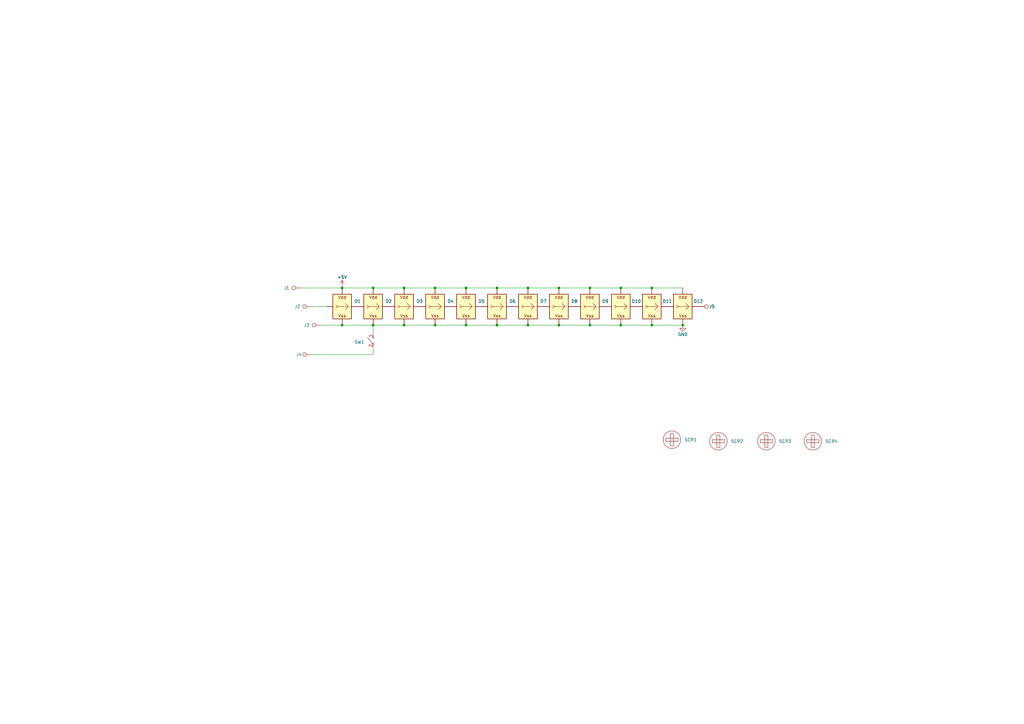
<source format=kicad_sch>
(kicad_sch (version 20230121) (generator eeschema)

  (uuid 2e3f5573-c264-4a8b-a2f0-0e6473d39aad)

  (paper "A3")

  (lib_symbols
    (symbol "Connector:TestPoint" (pin_numbers hide) (pin_names (offset 0.762) hide) (in_bom yes) (on_board yes)
      (property "Reference" "TP" (at 0 6.858 0)
        (effects (font (size 1.27 1.27)))
      )
      (property "Value" "TestPoint" (at 0 5.08 0)
        (effects (font (size 1.27 1.27)))
      )
      (property "Footprint" "" (at 5.08 0 0)
        (effects (font (size 1.27 1.27)) hide)
      )
      (property "Datasheet" "~" (at 5.08 0 0)
        (effects (font (size 1.27 1.27)) hide)
      )
      (property "ki_keywords" "test point tp" (at 0 0 0)
        (effects (font (size 1.27 1.27)) hide)
      )
      (property "ki_description" "test point" (at 0 0 0)
        (effects (font (size 1.27 1.27)) hide)
      )
      (property "ki_fp_filters" "Pin* Test*" (at 0 0 0)
        (effects (font (size 1.27 1.27)) hide)
      )
      (symbol "TestPoint_0_1"
        (circle (center 0 3.302) (radius 0.762)
          (stroke (width 0) (type default))
          (fill (type none))
        )
      )
      (symbol "TestPoint_1_1"
        (pin passive line (at 0 0 90) (length 2.54)
          (name "1" (effects (font (size 1.27 1.27))))
          (number "1" (effects (font (size 1.27 1.27))))
        )
      )
    )
    (symbol "agg:SWITCH_SPST" (pin_names (offset 0.0254) hide) (in_bom yes) (on_board yes)
      (property "Reference" "SW" (at 0 3.81 0)
        (effects (font (size 1.27 1.27)))
      )
      (property "Value" "SWITCH_SPST" (at 0 -2.54 0)
        (effects (font (size 1.27 1.27)))
      )
      (property "Footprint" "" (at 0 0 0)
        (effects (font (size 1.27 1.27)) hide)
      )
      (property "Datasheet" "" (at 0 0 0)
        (effects (font (size 1.27 1.27)) hide)
      )
      (symbol "SWITCH_SPST_1_1"
        (circle (center -1.27 0) (radius 0.254)
          (stroke (width 0) (type default))
          (fill (type none))
        )
        (polyline
          (pts
            (xy -1.27 0.254)
            (xy 1.27 2.286)
          )
          (stroke (width 0) (type default))
          (fill (type none))
        )
        (circle (center 1.27 0) (radius 0.254)
          (stroke (width 0) (type default))
          (fill (type none))
        )
        (pin passive line (at 2.54 0 180) (length 1.016)
          (name "\"~{\"}" (effects (font (size 1.27 1.27))))
          (number "1" (effects (font (size 1.27 1.27))))
        )
        (pin passive line (at -2.54 0 0) (length 1.016)
          (name "\"~{\"}" (effects (font (size 1.27 1.27))))
          (number "2" (effects (font (size 1.27 1.27))))
        )
      )
    )
    (symbol "groove_pico:ScrewHole" (pin_names (offset 0) hide) (in_bom yes) (on_board yes)
      (property "Reference" "SCR?" (at 0.635 -5.715 0)
        (effects (font (size 1.27 1.27)))
      )
      (property "Value" "ScrewHole" (at 0 5.715 0)
        (effects (font (size 1.27 1.27)) hide)
      )
      (property "Footprint" "iidx_pico:MountingHole_3.2mm_M3" (at 0 -8.89 0)
        (effects (font (size 1.27 1.27)) hide)
      )
      (property "Datasheet" "" (at 0 0 90)
        (effects (font (size 1.27 1.27)) hide)
      )
      (property "LCSC" "" (at 0 0 0)
        (effects (font (size 1.27 1.27)) hide)
      )
      (property "ki_keywords" "dip switch" (at 0 0 0)
        (effects (font (size 1.27 1.27)) hide)
      )
      (property "ki_description" "1x DIP Switch, Single Pole Single Throw (SPST) switch, small symbol" (at 0 0 0)
        (effects (font (size 1.27 1.27)) hide)
      )
      (property "ki_fp_filters" "SW?DIP?x1*" (at 0 0 0)
        (effects (font (size 1.27 1.27)) hide)
      )
      (symbol "ScrewHole_0_1"
        (rectangle (start -2.54 0.635) (end 2.54 -0.635)
          (stroke (width 0) (type default))
          (fill (type none))
        )
        (rectangle (start -0.635 2.54) (end 0.635 -2.54)
          (stroke (width 0) (type default))
          (fill (type none))
        )
        (circle (center 0 0) (radius 3.5921)
          (stroke (width 0) (type default))
          (fill (type none))
        )
      )
    )
    (symbol "groove_pico:WS2812B_Unified" (pin_numbers hide) (pin_names (offset 0.254) hide) (in_bom yes) (on_board yes)
      (property "Reference" "D10" (at 2.54 6.35 0)
        (effects (font (size 1.27 1.27)))
      )
      (property "Value" "WS2812B_Unified" (at 15.24 1.7907 0)
        (effects (font (size 1.27 1.27)) hide)
      )
      (property "Footprint" "iidx_pico:WS2812B-2835" (at 1.27 -7.62 0)
        (effects (font (size 1.27 1.27)) (justify left top) hide)
      )
      (property "Datasheet" "" (at 2.54 -9.525 0)
        (effects (font (size 1.27 1.27)) (justify left top) hide)
      )
      (property "ki_keywords" "RGB LED NeoPixel addressable" (at 0 0 0)
        (effects (font (size 1.27 1.27)) hide)
      )
      (property "ki_description" "RGB LED with integrated controller" (at 0 0 0)
        (effects (font (size 1.27 1.27)) hide)
      )
      (property "ki_fp_filters" "LED*WS2812" (at 0 0 0)
        (effects (font (size 1.27 1.27)) hide)
      )
      (symbol "WS2812B_Unified_0_0"
        (polyline
          (pts
            (xy -1.905 0)
            (xy 2.54 0)
            (xy 1.27 1.27)
          )
          (stroke (width 0) (type default))
          (fill (type none))
        )
        (text "Vdd" (at 0 3.81 0)
          (effects (font (size 1.27 1.27)))
        )
        (text "Vss" (at 0 -3.81 0)
          (effects (font (size 1.27 1.27)))
        )
      )
      (symbol "WS2812B_Unified_0_1"
        (rectangle (start -3.81 5.08) (end 3.81 -5.08)
          (stroke (width 0.254) (type default))
          (fill (type background))
        )
        (polyline
          (pts
            (xy 1.27 -1.27)
            (xy 2.54 0)
          )
          (stroke (width 0) (type default))
          (fill (type none))
        )
        (polyline
          (pts
            (xy -2.54 0.635)
            (xy -1.905 0)
            (xy -2.54 -0.635)
          )
          (stroke (width 0) (type default))
          (fill (type none))
        )
      )
      (symbol "WS2812B_Unified_1_1"
        (pin power_in line (at 0 -7.62 90) (length 2.54)
          (name "VSS" (effects (font (size 1.27 1.27))))
          (number "G" (effects (font (size 1.27 1.27))))
        )
        (pin input line (at -6.35 0 0) (length 2.54)
          (name "In" (effects (font (size 1.27 1.27))))
          (number "I" (effects (font (size 1.27 1.27))))
        )
        (pin output line (at 6.35 0 180) (length 2.54)
          (name "Out" (effects (font (size 1.27 1.27))))
          (number "O" (effects (font (size 1.27 1.27))))
        )
        (pin power_in line (at 0 7.62 270) (length 2.54)
          (name "VDD" (effects (font (size 1.27 1.27))))
          (number "V" (effects (font (size 1.27 1.27))))
        )
      )
    )
    (symbol "power:+5V" (power) (pin_names (offset 0)) (in_bom yes) (on_board yes)
      (property "Reference" "#PWR" (at 0 -3.81 0)
        (effects (font (size 1.27 1.27)) hide)
      )
      (property "Value" "+5V" (at 0 3.556 0)
        (effects (font (size 1.27 1.27)))
      )
      (property "Footprint" "" (at 0 0 0)
        (effects (font (size 1.27 1.27)) hide)
      )
      (property "Datasheet" "" (at 0 0 0)
        (effects (font (size 1.27 1.27)) hide)
      )
      (property "ki_keywords" "power-flag" (at 0 0 0)
        (effects (font (size 1.27 1.27)) hide)
      )
      (property "ki_description" "Power symbol creates a global label with name \"+5V\"" (at 0 0 0)
        (effects (font (size 1.27 1.27)) hide)
      )
      (symbol "+5V_0_1"
        (polyline
          (pts
            (xy -0.762 1.27)
            (xy 0 2.54)
          )
          (stroke (width 0) (type default))
          (fill (type none))
        )
        (polyline
          (pts
            (xy 0 0)
            (xy 0 2.54)
          )
          (stroke (width 0) (type default))
          (fill (type none))
        )
        (polyline
          (pts
            (xy 0 2.54)
            (xy 0.762 1.27)
          )
          (stroke (width 0) (type default))
          (fill (type none))
        )
      )
      (symbol "+5V_1_1"
        (pin power_in line (at 0 0 90) (length 0) hide
          (name "+5V" (effects (font (size 1.27 1.27))))
          (number "1" (effects (font (size 1.27 1.27))))
        )
      )
    )
    (symbol "power:GND" (power) (pin_names (offset 0)) (in_bom yes) (on_board yes)
      (property "Reference" "#PWR" (at 0 -6.35 0)
        (effects (font (size 1.27 1.27)) hide)
      )
      (property "Value" "GND" (at 0 -3.81 0)
        (effects (font (size 1.27 1.27)))
      )
      (property "Footprint" "" (at 0 0 0)
        (effects (font (size 1.27 1.27)) hide)
      )
      (property "Datasheet" "" (at 0 0 0)
        (effects (font (size 1.27 1.27)) hide)
      )
      (property "ki_keywords" "power-flag" (at 0 0 0)
        (effects (font (size 1.27 1.27)) hide)
      )
      (property "ki_description" "Power symbol creates a global label with name \"GND\" , ground" (at 0 0 0)
        (effects (font (size 1.27 1.27)) hide)
      )
      (symbol "GND_0_1"
        (polyline
          (pts
            (xy 0 0)
            (xy 0 -1.27)
            (xy 1.27 -1.27)
            (xy 0 -2.54)
            (xy -1.27 -1.27)
            (xy 0 -1.27)
          )
          (stroke (width 0) (type default))
          (fill (type none))
        )
      )
      (symbol "GND_1_1"
        (pin power_in line (at 0 0 270) (length 0) hide
          (name "GND" (effects (font (size 1.27 1.27))))
          (number "1" (effects (font (size 1.27 1.27))))
        )
      )
    )
  )

  (junction (at 241.935 133.35) (diameter 0) (color 0 0 0 0)
    (uuid 0686d26b-be21-4b9b-bd83-f7af943b28a8)
  )
  (junction (at 153.035 133.35) (diameter 0) (color 0 0 0 0)
    (uuid 1535672b-00bd-4f01-b5f6-6c89487baad7)
  )
  (junction (at 191.135 118.11) (diameter 0) (color 0 0 0 0)
    (uuid 26448785-d6dc-4007-a201-81d140779ec5)
  )
  (junction (at 165.735 118.11) (diameter 0) (color 0 0 0 0)
    (uuid 264684aa-feba-4b81-adea-cb023c8c69d5)
  )
  (junction (at 216.535 118.11) (diameter 0) (color 0 0 0 0)
    (uuid 293cd904-612b-46fd-97d1-2dcec5d0bcd8)
  )
  (junction (at 140.335 118.11) (diameter 0) (color 0 0 0 0)
    (uuid 2e93006a-2f8e-4cb3-af58-72982a64c766)
  )
  (junction (at 165.735 133.35) (diameter 0) (color 0 0 0 0)
    (uuid 307b47b3-1ef1-480d-8c2d-2ffcb1fdcdc2)
  )
  (junction (at 153.035 118.11) (diameter 0) (color 0 0 0 0)
    (uuid 416e621e-c1e9-4b5a-a420-6c5b2cb432b5)
  )
  (junction (at 229.235 133.35) (diameter 0) (color 0 0 0 0)
    (uuid 489426ac-e132-457c-91c5-0fdb4cc55cd6)
  )
  (junction (at 178.435 133.35) (diameter 0) (color 0 0 0 0)
    (uuid 4d02e5f1-05e6-4474-a6f7-a3866e145eab)
  )
  (junction (at 254.635 133.35) (diameter 0) (color 0 0 0 0)
    (uuid 52baba0c-cc2c-4c1f-9587-23b0e56402c1)
  )
  (junction (at 241.935 118.11) (diameter 0) (color 0 0 0 0)
    (uuid 5942205f-4c18-48ba-bba3-9d2c250398df)
  )
  (junction (at 216.535 133.35) (diameter 0) (color 0 0 0 0)
    (uuid 5c73ede7-b2ff-4b44-9a01-577995098364)
  )
  (junction (at 267.335 133.35) (diameter 0) (color 0 0 0 0)
    (uuid 6283ada1-c98e-4097-ba52-20fefa7873c4)
  )
  (junction (at 280.035 133.35) (diameter 0) (color 0 0 0 0)
    (uuid 6705fdaf-dff3-4506-a04c-0dc807155784)
  )
  (junction (at 203.835 118.11) (diameter 0) (color 0 0 0 0)
    (uuid 695230ac-77e8-4990-96cb-09d7a12dd8f2)
  )
  (junction (at 203.835 133.35) (diameter 0) (color 0 0 0 0)
    (uuid 716ff7f6-a7b7-4255-80ba-034d7f03f119)
  )
  (junction (at 140.335 133.35) (diameter 0) (color 0 0 0 0)
    (uuid 7d49fefc-97e6-49f3-93c3-4fe805d2166e)
  )
  (junction (at 267.335 118.11) (diameter 0) (color 0 0 0 0)
    (uuid 93ceda46-e18e-49bb-9860-952486701885)
  )
  (junction (at 178.435 118.11) (diameter 0) (color 0 0 0 0)
    (uuid 941ccbb3-6ecf-4dfe-9a14-a585de4ff137)
  )
  (junction (at 191.135 133.35) (diameter 0) (color 0 0 0 0)
    (uuid 98f45ed8-3359-4049-8b8e-49336e162522)
  )
  (junction (at 254.635 118.11) (diameter 0) (color 0 0 0 0)
    (uuid ab628743-3835-44d0-bb6a-f63c66a85aa2)
  )
  (junction (at 229.235 118.11) (diameter 0) (color 0 0 0 0)
    (uuid b4395c56-44f0-4d94-97ec-3842a8b86c28)
  )

  (wire (pts (xy 229.235 118.11) (xy 241.935 118.11))
    (stroke (width 0) (type default))
    (uuid 009a3ba0-3494-4fb9-94ec-971010a1d5cc)
  )
  (wire (pts (xy 153.035 142.24) (xy 153.035 145.415))
    (stroke (width 0) (type default))
    (uuid 0cea4ccb-011e-4e5d-8c08-e94874207311)
  )
  (wire (pts (xy 140.335 133.35) (xy 153.035 133.35))
    (stroke (width 0) (type default))
    (uuid 1643bb34-f4be-468c-ac34-5f15764e1f05)
  )
  (wire (pts (xy 203.835 133.35) (xy 216.535 133.35))
    (stroke (width 0) (type default))
    (uuid 25b21ec7-56cf-4a96-abd3-ee8398bd02c8)
  )
  (wire (pts (xy 267.335 133.35) (xy 280.035 133.35))
    (stroke (width 0) (type default))
    (uuid 3555b628-33f8-4f29-9d38-bec35171f60a)
  )
  (wire (pts (xy 191.135 133.35) (xy 203.835 133.35))
    (stroke (width 0) (type default))
    (uuid 461584b2-a586-4891-9042-38ae06fe1099)
  )
  (wire (pts (xy 123.825 118.11) (xy 140.335 118.11))
    (stroke (width 0) (type default))
    (uuid 4677b2fc-bad6-49d1-9b16-9b651ab1f8f8)
  )
  (wire (pts (xy 140.335 117.475) (xy 140.335 118.11))
    (stroke (width 0) (type default))
    (uuid 4685e264-a7e6-4aa4-a4d3-6e6b30c49e5d)
  )
  (wire (pts (xy 216.535 118.11) (xy 229.235 118.11))
    (stroke (width 0) (type default))
    (uuid 5265b1d3-a6c4-49e5-89fe-dd85e62d1a1e)
  )
  (wire (pts (xy 165.735 133.35) (xy 178.435 133.35))
    (stroke (width 0) (type default))
    (uuid 592adaf4-bb39-45b5-ae6b-56446b5a3205)
  )
  (wire (pts (xy 128.27 145.415) (xy 153.035 145.415))
    (stroke (width 0) (type default))
    (uuid 5d974e0e-63b5-44a7-96c9-d525a93e1cab)
  )
  (wire (pts (xy 178.435 133.35) (xy 191.135 133.35))
    (stroke (width 0) (type default))
    (uuid 6a29459a-7f95-446b-86f8-87e04e52c0bf)
  )
  (wire (pts (xy 191.135 118.11) (xy 203.835 118.11))
    (stroke (width 0) (type default))
    (uuid 723da576-0f4d-4af1-9461-723aa37531d3)
  )
  (wire (pts (xy 140.335 118.11) (xy 153.035 118.11))
    (stroke (width 0) (type default))
    (uuid 727ed2dd-76b9-443f-af2a-8f74d458f268)
  )
  (wire (pts (xy 133.985 125.73) (xy 128.27 125.73))
    (stroke (width 0) (type default))
    (uuid 8718bda4-cfcb-42c4-9f34-ee5fbbdf6197)
  )
  (wire (pts (xy 153.035 133.35) (xy 165.735 133.35))
    (stroke (width 0) (type default))
    (uuid 8c1cca74-27c1-4650-8b7c-3bb6ced1b091)
  )
  (wire (pts (xy 153.035 118.11) (xy 165.735 118.11))
    (stroke (width 0) (type default))
    (uuid 94aa8de4-a27e-4ced-9ddf-1ebe61ba7a69)
  )
  (wire (pts (xy 229.235 133.35) (xy 241.935 133.35))
    (stroke (width 0) (type default))
    (uuid a19bff17-e162-4f9c-8b6f-41b64bb565da)
  )
  (wire (pts (xy 203.835 118.11) (xy 216.535 118.11))
    (stroke (width 0) (type default))
    (uuid a664eff9-5b71-4fc5-89ce-60971772c6b3)
  )
  (wire (pts (xy 241.935 133.35) (xy 254.635 133.35))
    (stroke (width 0) (type default))
    (uuid b1ced49f-7bc1-448e-a0cd-6fcc4e018a6e)
  )
  (wire (pts (xy 165.735 118.11) (xy 178.435 118.11))
    (stroke (width 0) (type default))
    (uuid c661c71e-b22a-45bf-8a93-7a12e2762e33)
  )
  (wire (pts (xy 153.035 133.35) (xy 153.035 137.16))
    (stroke (width 0) (type default))
    (uuid c87f673e-e7be-42da-bbf5-8588a5a5307c)
  )
  (wire (pts (xy 254.635 118.11) (xy 267.335 118.11))
    (stroke (width 0) (type default))
    (uuid c9cbe4c3-815f-4997-a84f-3f80d8ce62ac)
  )
  (wire (pts (xy 241.935 118.11) (xy 254.635 118.11))
    (stroke (width 0) (type default))
    (uuid cba97b04-40e5-45e0-96c9-8070aff04971)
  )
  (wire (pts (xy 132.08 133.35) (xy 140.335 133.35))
    (stroke (width 0) (type default))
    (uuid d09e6ddb-f14f-4008-8316-d0a19d285bad)
  )
  (wire (pts (xy 267.335 118.11) (xy 280.035 118.11))
    (stroke (width 0) (type default))
    (uuid d9c353ff-6538-466b-9834-24bb950e0423)
  )
  (wire (pts (xy 216.535 133.35) (xy 229.235 133.35))
    (stroke (width 0) (type default))
    (uuid ec13f5ef-4fe0-4646-980f-3cf00a269660)
  )
  (wire (pts (xy 178.435 118.11) (xy 191.135 118.11))
    (stroke (width 0) (type default))
    (uuid ed21bd5c-9316-4642-9f95-9cf5f7a1a935)
  )
  (wire (pts (xy 254.635 133.35) (xy 267.335 133.35))
    (stroke (width 0) (type default))
    (uuid edf07e30-3267-4eea-b90d-b831239be63c)
  )

  (symbol (lib_id "Connector:TestPoint") (at 123.825 118.11 90) (unit 1)
    (in_bom yes) (on_board yes) (dnp no)
    (uuid 043ebf0d-c9bc-400b-9651-0625be14e2fe)
    (property "Reference" "J1" (at 118.745 118.11 90)
      (effects (font (size 1.27 1.27)) (justify left))
    )
    (property "Value" "V" (at 121.793 115.57 0)
      (effects (font (size 1.27 1.27)) (justify left) hide)
    )
    (property "Footprint" "groove_pico:Solder_1P" (at 123.825 113.03 0)
      (effects (font (size 1.27 1.27)) hide)
    )
    (property "Datasheet" "~" (at 123.825 113.03 0)
      (effects (font (size 1.27 1.27)) hide)
    )
    (pin "1" (uuid e9cc9cfd-6911-4bec-a480-5a8cbd5cb0c4))
    (instances
      (project "groove_gimbal"
        (path "/2e3f5573-c264-4a8b-a2f0-0e6473d39aad"
          (reference "J1") (unit 1)
        )
      )
    )
  )

  (symbol (lib_id "groove_pico:WS2812B_Unified") (at 267.335 125.73 0) (unit 1)
    (in_bom yes) (on_board yes) (dnp no) (fields_autoplaced)
    (uuid 0aef6b6a-3afe-4c39-84d6-fa296c8d562b)
    (property "Reference" "D11" (at 273.685 123.571 0)
      (effects (font (size 1.27 1.27)))
    )
    (property "Value" "WS2812B_Unified" (at 282.575 123.9393 0)
      (effects (font (size 1.27 1.27)) hide)
    )
    (property "Footprint" "groove_pico:WS2812B-4020_UP" (at 268.605 133.35 0)
      (effects (font (size 1.27 1.27)) (justify left top) hide)
    )
    (property "Datasheet" "" (at 269.875 135.255 0)
      (effects (font (size 1.27 1.27)) (justify left top) hide)
    )
    (pin "G" (uuid 4ddc00e9-281d-4b1d-bbf0-40395626e454))
    (pin "I" (uuid 55608dbb-8132-4592-bf81-0dbfa9b70bc4))
    (pin "O" (uuid 619e7b3a-a46d-44ec-81f4-e9132a423b54))
    (pin "V" (uuid 69b92d09-8916-4c69-81c7-099e6dcd35a3))
    (instances
      (project "groove_gimbal"
        (path "/2e3f5573-c264-4a8b-a2f0-0e6473d39aad"
          (reference "D11") (unit 1)
        )
      )
    )
  )

  (symbol (lib_id "groove_pico:WS2812B_Unified") (at 241.935 125.73 0) (unit 1)
    (in_bom yes) (on_board yes) (dnp no) (fields_autoplaced)
    (uuid 148a336e-7187-405e-a171-acb11a04358d)
    (property "Reference" "D9" (at 248.285 123.571 0)
      (effects (font (size 1.27 1.27)))
    )
    (property "Value" "WS2812B_Unified" (at 257.175 123.9393 0)
      (effects (font (size 1.27 1.27)) hide)
    )
    (property "Footprint" "groove_pico:WS2812B-4020_UP" (at 243.205 133.35 0)
      (effects (font (size 1.27 1.27)) (justify left top) hide)
    )
    (property "Datasheet" "" (at 244.475 135.255 0)
      (effects (font (size 1.27 1.27)) (justify left top) hide)
    )
    (pin "G" (uuid 0c27255e-74e0-47e5-9dc6-1d79c262114c))
    (pin "I" (uuid 651032bb-a5b0-4498-a8c9-b4bb18ff2a32))
    (pin "O" (uuid 0cf45e33-3190-430f-aa63-03cfb7590356))
    (pin "V" (uuid 539b8129-f83f-4a84-a016-c9ab6fd4e44a))
    (instances
      (project "groove_gimbal"
        (path "/2e3f5573-c264-4a8b-a2f0-0e6473d39aad"
          (reference "D9") (unit 1)
        )
      )
    )
  )

  (symbol (lib_id "groove_pico:WS2812B_Unified") (at 140.335 125.73 0) (unit 1)
    (in_bom yes) (on_board yes) (dnp no) (fields_autoplaced)
    (uuid 1d0f1d8e-d292-41d9-96e8-7b4d90b5de81)
    (property "Reference" "D1" (at 146.685 123.571 0)
      (effects (font (size 1.27 1.27)))
    )
    (property "Value" "WS2812B_Unified" (at 155.575 123.9393 0)
      (effects (font (size 1.27 1.27)) hide)
    )
    (property "Footprint" "groove_pico:WS2812B-4020" (at 141.605 133.35 0)
      (effects (font (size 1.27 1.27)) (justify left top) hide)
    )
    (property "Datasheet" "" (at 142.875 135.255 0)
      (effects (font (size 1.27 1.27)) (justify left top) hide)
    )
    (pin "G" (uuid c54d5f5f-e2ea-4d8f-9ed7-e491aa323395))
    (pin "I" (uuid a29eb635-1f0b-4fc2-a382-0bf9df46239e))
    (pin "O" (uuid db5f9878-d305-4b4e-8cfe-3b36155e63be))
    (pin "V" (uuid ac91f7bd-ad8e-45ae-b6d3-e642d96961f2))
    (instances
      (project "groove_gimbal"
        (path "/2e3f5573-c264-4a8b-a2f0-0e6473d39aad"
          (reference "D1") (unit 1)
        )
      )
    )
  )

  (symbol (lib_id "Connector:TestPoint") (at 286.385 125.73 270) (unit 1)
    (in_bom yes) (on_board yes) (dnp no)
    (uuid 2557ec39-510e-4b2d-83d1-7cdce513042a)
    (property "Reference" "J5" (at 290.83 125.73 90)
      (effects (font (size 1.27 1.27)) (justify left))
    )
    (property "Value" "Out" (at 288.417 128.27 0)
      (effects (font (size 1.27 1.27)) (justify left) hide)
    )
    (property "Footprint" "groove_pico:Solder_1P" (at 286.385 130.81 0)
      (effects (font (size 1.27 1.27)) hide)
    )
    (property "Datasheet" "~" (at 286.385 130.81 0)
      (effects (font (size 1.27 1.27)) hide)
    )
    (pin "1" (uuid 5a4bc400-89f3-4d44-bdb7-9cb776a820ef))
    (instances
      (project "groove_gimbal"
        (path "/2e3f5573-c264-4a8b-a2f0-0e6473d39aad"
          (reference "J5") (unit 1)
        )
      )
    )
  )

  (symbol (lib_id "groove_pico:ScrewHole") (at 333.375 180.975 0) (unit 1)
    (in_bom yes) (on_board yes) (dnp no) (fields_autoplaced)
    (uuid 2595fc15-e801-4d5d-8edb-9e6061a019a8)
    (property "Reference" "SCR4" (at 338.455 180.975 0)
      (effects (font (size 1.27 1.27)) (justify left))
    )
    (property "Value" "ScrewHole" (at 333.375 175.26 0)
      (effects (font (size 1.27 1.27)) hide)
    )
    (property "Footprint" "groove_pico:Hole2.0" (at 333.375 189.865 0)
      (effects (font (size 1.27 1.27)) hide)
    )
    (property "Datasheet" "" (at 333.375 180.975 90)
      (effects (font (size 1.27 1.27)) hide)
    )
    (property "LCSC" "" (at 333.375 180.975 0)
      (effects (font (size 1.27 1.27)) hide)
    )
    (instances
      (project "groove_gimbal"
        (path "/2e3f5573-c264-4a8b-a2f0-0e6473d39aad"
          (reference "SCR4") (unit 1)
        )
      )
    )
  )

  (symbol (lib_id "groove_pico:ScrewHole") (at 314.325 180.975 0) (unit 1)
    (in_bom yes) (on_board yes) (dnp no) (fields_autoplaced)
    (uuid 4f10cdd6-3422-491d-acb4-a69f460fd163)
    (property "Reference" "SCR3" (at 319.405 180.975 0)
      (effects (font (size 1.27 1.27)) (justify left))
    )
    (property "Value" "ScrewHole" (at 314.325 175.26 0)
      (effects (font (size 1.27 1.27)) hide)
    )
    (property "Footprint" "groove_pico:Hole2.0" (at 314.325 189.865 0)
      (effects (font (size 1.27 1.27)) hide)
    )
    (property "Datasheet" "" (at 314.325 180.975 90)
      (effects (font (size 1.27 1.27)) hide)
    )
    (property "LCSC" "" (at 314.325 180.975 0)
      (effects (font (size 1.27 1.27)) hide)
    )
    (instances
      (project "groove_gimbal"
        (path "/2e3f5573-c264-4a8b-a2f0-0e6473d39aad"
          (reference "SCR3") (unit 1)
        )
      )
    )
  )

  (symbol (lib_id "groove_pico:WS2812B_Unified") (at 165.735 125.73 0) (unit 1)
    (in_bom yes) (on_board yes) (dnp no) (fields_autoplaced)
    (uuid 5125d05b-d6c9-4431-bce0-c5a8bc485c40)
    (property "Reference" "D3" (at 172.085 123.571 0)
      (effects (font (size 1.27 1.27)))
    )
    (property "Value" "WS2812B_Unified" (at 180.975 123.9393 0)
      (effects (font (size 1.27 1.27)) hide)
    )
    (property "Footprint" "groove_pico:WS2812B-4020" (at 167.005 133.35 0)
      (effects (font (size 1.27 1.27)) (justify left top) hide)
    )
    (property "Datasheet" "" (at 168.275 135.255 0)
      (effects (font (size 1.27 1.27)) (justify left top) hide)
    )
    (pin "G" (uuid 238981b2-a22b-4a14-9dcb-e7d18767308a))
    (pin "I" (uuid be1118ca-1290-40d1-9bd6-af32a223c659))
    (pin "O" (uuid f2f56d9e-51c9-4822-96b5-9847d2724016))
    (pin "V" (uuid eedaf03a-e901-440a-992f-37d81cd3e1be))
    (instances
      (project "groove_gimbal"
        (path "/2e3f5573-c264-4a8b-a2f0-0e6473d39aad"
          (reference "D3") (unit 1)
        )
      )
    )
  )

  (symbol (lib_id "groove_pico:WS2812B_Unified") (at 216.535 125.73 0) (unit 1)
    (in_bom yes) (on_board yes) (dnp no) (fields_autoplaced)
    (uuid 54f8d03f-4e06-4dd5-8ba2-a7b55c0cf0a9)
    (property "Reference" "D7" (at 222.885 123.571 0)
      (effects (font (size 1.27 1.27)))
    )
    (property "Value" "WS2812B_Unified" (at 231.775 123.9393 0)
      (effects (font (size 1.27 1.27)) hide)
    )
    (property "Footprint" "groove_pico:WS2812B-4020" (at 217.805 133.35 0)
      (effects (font (size 1.27 1.27)) (justify left top) hide)
    )
    (property "Datasheet" "" (at 219.075 135.255 0)
      (effects (font (size 1.27 1.27)) (justify left top) hide)
    )
    (pin "G" (uuid a25b4bc4-e7e2-4d83-be37-15a647ae2066))
    (pin "I" (uuid 59c74054-dc30-4c9f-adc5-656b55dea60c))
    (pin "O" (uuid dedf98ca-2f5b-41b8-ba0d-fa0eecb9b7b8))
    (pin "V" (uuid 1bf4934e-6efb-4950-8d22-470a47275c10))
    (instances
      (project "groove_gimbal"
        (path "/2e3f5573-c264-4a8b-a2f0-0e6473d39aad"
          (reference "D7") (unit 1)
        )
      )
    )
  )

  (symbol (lib_id "power:GND") (at 280.035 133.35 0) (unit 1)
    (in_bom yes) (on_board yes) (dnp no)
    (uuid 56681f4b-85d9-41c9-9386-013327b446dd)
    (property "Reference" "#PWR02" (at 280.035 139.7 0)
      (effects (font (size 1.27 1.27)) hide)
    )
    (property "Value" "GND" (at 280.035 137.16 0)
      (effects (font (size 1.27 1.27)))
    )
    (property "Footprint" "" (at 280.035 133.35 0)
      (effects (font (size 1.27 1.27)) hide)
    )
    (property "Datasheet" "" (at 280.035 133.35 0)
      (effects (font (size 1.27 1.27)) hide)
    )
    (pin "1" (uuid 94092657-a9d2-4e8e-a410-079e4a769ec3))
    (instances
      (project "groove_gimbal"
        (path "/2e3f5573-c264-4a8b-a2f0-0e6473d39aad"
          (reference "#PWR02") (unit 1)
        )
      )
    )
  )

  (symbol (lib_id "groove_pico:WS2812B_Unified") (at 178.435 125.73 0) (unit 1)
    (in_bom yes) (on_board yes) (dnp no) (fields_autoplaced)
    (uuid 7df49cd1-9dca-4151-8720-068476d118e0)
    (property "Reference" "D4" (at 184.785 123.571 0)
      (effects (font (size 1.27 1.27)))
    )
    (property "Value" "WS2812B_Unified" (at 193.675 123.9393 0)
      (effects (font (size 1.27 1.27)) hide)
    )
    (property "Footprint" "groove_pico:WS2812B-4020" (at 179.705 133.35 0)
      (effects (font (size 1.27 1.27)) (justify left top) hide)
    )
    (property "Datasheet" "" (at 180.975 135.255 0)
      (effects (font (size 1.27 1.27)) (justify left top) hide)
    )
    (pin "G" (uuid bcc75ab5-73d6-4c1c-86da-3f1ef4cfa82a))
    (pin "I" (uuid 5d835031-7dde-477b-8272-3f7665e48514))
    (pin "O" (uuid a5a3e281-8423-4293-8e86-5408bd0661d1))
    (pin "V" (uuid 0d1c8a0b-dd06-43d6-87fe-91d0462998fb))
    (instances
      (project "groove_gimbal"
        (path "/2e3f5573-c264-4a8b-a2f0-0e6473d39aad"
          (reference "D4") (unit 1)
        )
      )
    )
  )

  (symbol (lib_id "Connector:TestPoint") (at 132.08 133.35 90) (unit 1)
    (in_bom yes) (on_board yes) (dnp no)
    (uuid 92725267-8229-4452-baf7-8e4fa6e93651)
    (property "Reference" "J3" (at 127 133.35 90)
      (effects (font (size 1.27 1.27)) (justify left))
    )
    (property "Value" "G" (at 130.048 130.81 0)
      (effects (font (size 1.27 1.27)) (justify left) hide)
    )
    (property "Footprint" "groove_pico:Solder_1P" (at 132.08 128.27 0)
      (effects (font (size 1.27 1.27)) hide)
    )
    (property "Datasheet" "~" (at 132.08 128.27 0)
      (effects (font (size 1.27 1.27)) hide)
    )
    (pin "1" (uuid 56ddb21d-0a83-410b-bb47-891cbe26f77d))
    (instances
      (project "groove_gimbal"
        (path "/2e3f5573-c264-4a8b-a2f0-0e6473d39aad"
          (reference "J3") (unit 1)
        )
      )
    )
  )

  (symbol (lib_id "groove_pico:WS2812B_Unified") (at 280.035 125.73 0) (unit 1)
    (in_bom yes) (on_board yes) (dnp no) (fields_autoplaced)
    (uuid a17c8c7d-55ee-4a68-912f-9eb753c7432d)
    (property "Reference" "D12" (at 286.385 123.571 0)
      (effects (font (size 1.27 1.27)))
    )
    (property "Value" "WS2812B_Unified" (at 295.275 123.9393 0)
      (effects (font (size 1.27 1.27)) hide)
    )
    (property "Footprint" "groove_pico:WS2812B-4020_UP" (at 281.305 133.35 0)
      (effects (font (size 1.27 1.27)) (justify left top) hide)
    )
    (property "Datasheet" "" (at 282.575 135.255 0)
      (effects (font (size 1.27 1.27)) (justify left top) hide)
    )
    (pin "G" (uuid 91714ea3-45c4-46bc-afdb-9e828e65004c))
    (pin "I" (uuid 10086a49-1d43-4d18-b217-87ddd700a46d))
    (pin "O" (uuid a76a230e-033c-4e90-bc53-1273a502ac64))
    (pin "V" (uuid ea0c66e7-6923-4760-be86-43b618625342))
    (instances
      (project "groove_gimbal"
        (path "/2e3f5573-c264-4a8b-a2f0-0e6473d39aad"
          (reference "D12") (unit 1)
        )
      )
    )
  )

  (symbol (lib_id "groove_pico:WS2812B_Unified") (at 203.835 125.73 0) (unit 1)
    (in_bom yes) (on_board yes) (dnp no) (fields_autoplaced)
    (uuid a5ff5ef9-9c3b-4f0b-bd14-95f174c0039a)
    (property "Reference" "D6" (at 210.185 123.571 0)
      (effects (font (size 1.27 1.27)))
    )
    (property "Value" "WS2812B_Unified" (at 219.075 123.9393 0)
      (effects (font (size 1.27 1.27)) hide)
    )
    (property "Footprint" "groove_pico:WS2812B-4020" (at 205.105 133.35 0)
      (effects (font (size 1.27 1.27)) (justify left top) hide)
    )
    (property "Datasheet" "" (at 206.375 135.255 0)
      (effects (font (size 1.27 1.27)) (justify left top) hide)
    )
    (pin "G" (uuid 5f47003e-99b2-452d-b636-a494ada3bac5))
    (pin "I" (uuid 821e8608-12d3-4e46-88bd-411c8d117e8a))
    (pin "O" (uuid e5d03e9d-9e63-46ed-862a-8b4eb565ff82))
    (pin "V" (uuid 6f7bccda-d473-4d1e-861f-2e7ad1a460ec))
    (instances
      (project "groove_gimbal"
        (path "/2e3f5573-c264-4a8b-a2f0-0e6473d39aad"
          (reference "D6") (unit 1)
        )
      )
    )
  )

  (symbol (lib_id "groove_pico:ScrewHole") (at 294.64 180.975 0) (unit 1)
    (in_bom yes) (on_board yes) (dnp no) (fields_autoplaced)
    (uuid aeee0112-be02-4d00-bb83-e4062d19fa8e)
    (property "Reference" "SCR2" (at 299.72 180.975 0)
      (effects (font (size 1.27 1.27)) (justify left))
    )
    (property "Value" "ScrewHole" (at 294.64 175.26 0)
      (effects (font (size 1.27 1.27)) hide)
    )
    (property "Footprint" "groove_pico:Hole2.0" (at 294.64 189.865 0)
      (effects (font (size 1.27 1.27)) hide)
    )
    (property "Datasheet" "" (at 294.64 180.975 90)
      (effects (font (size 1.27 1.27)) hide)
    )
    (property "LCSC" "" (at 294.64 180.975 0)
      (effects (font (size 1.27 1.27)) hide)
    )
    (instances
      (project "groove_gimbal"
        (path "/2e3f5573-c264-4a8b-a2f0-0e6473d39aad"
          (reference "SCR2") (unit 1)
        )
      )
    )
  )

  (symbol (lib_id "power:+5V") (at 140.335 117.475 0) (mirror y) (unit 1)
    (in_bom yes) (on_board yes) (dnp no)
    (uuid bff139b1-a3be-45e0-be76-676808445877)
    (property "Reference" "#PWR01" (at 140.335 121.285 0)
      (effects (font (size 1.27 1.27)) hide)
    )
    (property "Value" "+5V" (at 140.335 113.665 0)
      (effects (font (size 1.27 1.27)))
    )
    (property "Footprint" "" (at 140.335 117.475 0)
      (effects (font (size 1.27 1.27)) hide)
    )
    (property "Datasheet" "" (at 140.335 117.475 0)
      (effects (font (size 1.27 1.27)) hide)
    )
    (pin "1" (uuid 75d93ffd-3646-4b4b-bf96-cb4189252adc))
    (instances
      (project "groove_gimbal"
        (path "/2e3f5573-c264-4a8b-a2f0-0e6473d39aad"
          (reference "#PWR01") (unit 1)
        )
      )
    )
  )

  (symbol (lib_id "agg:SWITCH_SPST") (at 153.035 139.7 90) (unit 1)
    (in_bom yes) (on_board yes) (dnp no)
    (uuid c7e310bb-a2b5-4914-9afa-934c16e444fd)
    (property "Reference" "SW1" (at 145.415 140.335 90)
      (effects (font (size 1.27 1.27)) (justify right))
    )
    (property "Value" "SWITCH_SPST" (at 154.305 140.9699 90)
      (effects (font (size 1.27 1.27)) (justify right) hide)
    )
    (property "Footprint" "groove_pico:SW_Kailh_Choc_V1V2_1.00u_LED" (at 153.035 139.7 0)
      (effects (font (size 1.27 1.27)) hide)
    )
    (property "Datasheet" "" (at 153.035 139.7 0)
      (effects (font (size 1.27 1.27)) hide)
    )
    (pin "1" (uuid 29cb8c11-ed1b-4025-b209-5cab4fd2bb8c))
    (pin "2" (uuid 175ed9ca-8bd9-4872-bff9-1a0c4dc7302f))
    (instances
      (project "groove_gimbal"
        (path "/2e3f5573-c264-4a8b-a2f0-0e6473d39aad"
          (reference "SW1") (unit 1)
        )
      )
    )
  )

  (symbol (lib_id "groove_pico:ScrewHole") (at 275.59 180.34 0) (unit 1)
    (in_bom yes) (on_board yes) (dnp no) (fields_autoplaced)
    (uuid cae4aa19-d2bd-44a3-bcb3-ad6ddc4a0f7a)
    (property "Reference" "SCR1" (at 280.67 180.34 0)
      (effects (font (size 1.27 1.27)) (justify left))
    )
    (property "Value" "ScrewHole" (at 275.59 174.625 0)
      (effects (font (size 1.27 1.27)) hide)
    )
    (property "Footprint" "groove_pico:Hole2.0" (at 275.59 189.23 0)
      (effects (font (size 1.27 1.27)) hide)
    )
    (property "Datasheet" "" (at 275.59 180.34 90)
      (effects (font (size 1.27 1.27)) hide)
    )
    (property "LCSC" "" (at 275.59 180.34 0)
      (effects (font (size 1.27 1.27)) hide)
    )
    (instances
      (project "groove_gimbal"
        (path "/2e3f5573-c264-4a8b-a2f0-0e6473d39aad"
          (reference "SCR1") (unit 1)
        )
      )
    )
  )

  (symbol (lib_id "groove_pico:WS2812B_Unified") (at 191.135 125.73 0) (unit 1)
    (in_bom yes) (on_board yes) (dnp no) (fields_autoplaced)
    (uuid d2cf223b-fc76-48c6-a845-60f7f7aa619b)
    (property "Reference" "D5" (at 197.485 123.571 0)
      (effects (font (size 1.27 1.27)))
    )
    (property "Value" "WS2812B_Unified" (at 206.375 123.9393 0)
      (effects (font (size 1.27 1.27)) hide)
    )
    (property "Footprint" "groove_pico:WS2812B-4020" (at 192.405 133.35 0)
      (effects (font (size 1.27 1.27)) (justify left top) hide)
    )
    (property "Datasheet" "" (at 193.675 135.255 0)
      (effects (font (size 1.27 1.27)) (justify left top) hide)
    )
    (pin "G" (uuid 4c8cf82b-8111-4c7b-ad06-cace8c773147))
    (pin "I" (uuid fce7e722-2120-4bbd-b7b6-e6177e7e5af2))
    (pin "O" (uuid ec5764bc-0e12-4adb-9776-036696970400))
    (pin "V" (uuid 4878ca27-b045-4f29-b2e4-1f20bc4930f2))
    (instances
      (project "groove_gimbal"
        (path "/2e3f5573-c264-4a8b-a2f0-0e6473d39aad"
          (reference "D5") (unit 1)
        )
      )
    )
  )

  (symbol (lib_id "groove_pico:WS2812B_Unified") (at 153.035 125.73 0) (unit 1)
    (in_bom yes) (on_board yes) (dnp no) (fields_autoplaced)
    (uuid e033cfbe-625e-4fd6-a19d-ba3bc73bc212)
    (property "Reference" "D2" (at 159.385 123.571 0)
      (effects (font (size 1.27 1.27)))
    )
    (property "Value" "WS2812B_Unified" (at 168.275 123.9393 0)
      (effects (font (size 1.27 1.27)) hide)
    )
    (property "Footprint" "groove_pico:WS2812B-4020" (at 154.305 133.35 0)
      (effects (font (size 1.27 1.27)) (justify left top) hide)
    )
    (property "Datasheet" "" (at 155.575 135.255 0)
      (effects (font (size 1.27 1.27)) (justify left top) hide)
    )
    (pin "G" (uuid b568fb13-f354-4395-b73d-35bf375ee46e))
    (pin "I" (uuid c4fbd18f-3f8e-402f-86e2-8dd2115d5684))
    (pin "O" (uuid b1e24636-d238-4426-ab3a-fef86b2020d8))
    (pin "V" (uuid dace634c-3806-4380-8a4a-b670320e33b7))
    (instances
      (project "groove_gimbal"
        (path "/2e3f5573-c264-4a8b-a2f0-0e6473d39aad"
          (reference "D2") (unit 1)
        )
      )
    )
  )

  (symbol (lib_id "groove_pico:WS2812B_Unified") (at 254.635 125.73 0) (unit 1)
    (in_bom yes) (on_board yes) (dnp no) (fields_autoplaced)
    (uuid ee239953-c1ca-4243-bca0-a6f5cf293159)
    (property "Reference" "D10" (at 260.985 123.571 0)
      (effects (font (size 1.27 1.27)))
    )
    (property "Value" "WS2812B_Unified" (at 269.875 123.9393 0)
      (effects (font (size 1.27 1.27)) hide)
    )
    (property "Footprint" "groove_pico:WS2812B-4020_UP" (at 255.905 133.35 0)
      (effects (font (size 1.27 1.27)) (justify left top) hide)
    )
    (property "Datasheet" "" (at 257.175 135.255 0)
      (effects (font (size 1.27 1.27)) (justify left top) hide)
    )
    (pin "G" (uuid 9a9449ef-49c4-4240-a866-40091b652ed9))
    (pin "I" (uuid 75959d3f-fc47-41e5-9c5a-9d69e5f0eb3d))
    (pin "O" (uuid 750f5a9b-b97b-4baa-a37b-948cfdc0f5e8))
    (pin "V" (uuid 2c18aca2-df56-4f19-a626-d7f5af72541f))
    (instances
      (project "groove_gimbal"
        (path "/2e3f5573-c264-4a8b-a2f0-0e6473d39aad"
          (reference "D10") (unit 1)
        )
      )
    )
  )

  (symbol (lib_id "Connector:TestPoint") (at 128.27 145.415 90) (unit 1)
    (in_bom yes) (on_board yes) (dnp no)
    (uuid f2be4df0-5817-4a84-9b26-122ba8891c5a)
    (property "Reference" "J4" (at 123.825 145.415 90)
      (effects (font (size 1.27 1.27)) (justify left))
    )
    (property "Value" "SW" (at 126.238 142.875 0)
      (effects (font (size 1.27 1.27)) (justify left) hide)
    )
    (property "Footprint" "groove_pico:Solder_1P" (at 128.27 140.335 0)
      (effects (font (size 1.27 1.27)) hide)
    )
    (property "Datasheet" "~" (at 128.27 140.335 0)
      (effects (font (size 1.27 1.27)) hide)
    )
    (pin "1" (uuid 81be7a6b-22cc-49d8-b073-d62044ddfb43))
    (instances
      (project "groove_gimbal"
        (path "/2e3f5573-c264-4a8b-a2f0-0e6473d39aad"
          (reference "J4") (unit 1)
        )
      )
    )
  )

  (symbol (lib_id "groove_pico:WS2812B_Unified") (at 229.235 125.73 0) (unit 1)
    (in_bom yes) (on_board yes) (dnp no) (fields_autoplaced)
    (uuid f4ab9565-bda6-4062-878d-132af729df26)
    (property "Reference" "D8" (at 235.585 123.571 0)
      (effects (font (size 1.27 1.27)))
    )
    (property "Value" "WS2812B_Unified" (at 244.475 123.9393 0)
      (effects (font (size 1.27 1.27)) hide)
    )
    (property "Footprint" "groove_pico:WS2812B-4020" (at 230.505 133.35 0)
      (effects (font (size 1.27 1.27)) (justify left top) hide)
    )
    (property "Datasheet" "" (at 231.775 135.255 0)
      (effects (font (size 1.27 1.27)) (justify left top) hide)
    )
    (pin "G" (uuid 06f5e25c-9270-49d7-8f83-a52666bde81e))
    (pin "I" (uuid 7fa4f6ef-b332-4725-8e60-6ca2a910056c))
    (pin "O" (uuid ed48c364-1d1c-4fbb-be9f-c1df550bdbfc))
    (pin "V" (uuid aa302786-a21b-40a5-8c8e-262247668bea))
    (instances
      (project "groove_gimbal"
        (path "/2e3f5573-c264-4a8b-a2f0-0e6473d39aad"
          (reference "D8") (unit 1)
        )
      )
    )
  )

  (symbol (lib_id "Connector:TestPoint") (at 128.27 125.73 90) (unit 1)
    (in_bom yes) (on_board yes) (dnp no)
    (uuid fbae56af-066f-4d7f-abc2-c9d355be3973)
    (property "Reference" "J2" (at 123.19 125.73 90)
      (effects (font (size 1.27 1.27)) (justify left))
    )
    (property "Value" "LED" (at 126.238 123.19 0)
      (effects (font (size 1.27 1.27)) (justify left) hide)
    )
    (property "Footprint" "groove_pico:Solder_1P" (at 128.27 120.65 0)
      (effects (font (size 1.27 1.27)) hide)
    )
    (property "Datasheet" "~" (at 128.27 120.65 0)
      (effects (font (size 1.27 1.27)) hide)
    )
    (pin "1" (uuid 8f1de569-d9b9-46c6-8b79-69a253507cf0))
    (instances
      (project "groove_gimbal"
        (path "/2e3f5573-c264-4a8b-a2f0-0e6473d39aad"
          (reference "J2") (unit 1)
        )
      )
    )
  )

  (sheet_instances
    (path "/" (page "1"))
  )
)

</source>
